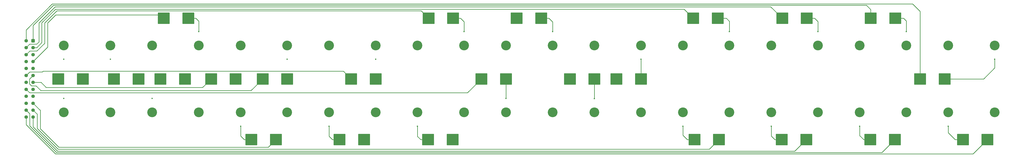
<source format=gbr>
%TF.GenerationSoftware,KiCad,Pcbnew,9.0.2*%
%TF.CreationDate,2025-07-25T15:15:28+08:00*%
%TF.ProjectId,accum_pcb_up,61636375-6d5f-4706-9362-5f75702e6b69,rev?*%
%TF.SameCoordinates,Original*%
%TF.FileFunction,Copper,L1,Top*%
%TF.FilePolarity,Positive*%
%FSLAX46Y46*%
G04 Gerber Fmt 4.6, Leading zero omitted, Abs format (unit mm)*
G04 Created by KiCad (PCBNEW 9.0.2) date 2025-07-25 15:15:28*
%MOMM*%
%LPD*%
G01*
G04 APERTURE LIST*
G04 Aperture macros list*
%AMRoundRect*
0 Rectangle with rounded corners*
0 $1 Rounding radius*
0 $2 $3 $4 $5 $6 $7 $8 $9 X,Y pos of 4 corners*
0 Add a 4 corners polygon primitive as box body*
4,1,4,$2,$3,$4,$5,$6,$7,$8,$9,$2,$3,0*
0 Add four circle primitives for the rounded corners*
1,1,$1+$1,$2,$3*
1,1,$1+$1,$4,$5*
1,1,$1+$1,$6,$7*
1,1,$1+$1,$8,$9*
0 Add four rect primitives between the rounded corners*
20,1,$1+$1,$2,$3,$4,$5,0*
20,1,$1+$1,$4,$5,$6,$7,0*
20,1,$1+$1,$6,$7,$8,$9,0*
20,1,$1+$1,$8,$9,$2,$3,0*%
G04 Aperture macros list end*
%TA.AperFunction,SMDPad,CuDef*%
%ADD10RoundRect,0.218750X-2.331250X-2.231250X2.331250X-2.231250X2.331250X2.231250X-2.331250X2.231250X0*%
%TD*%
%TA.AperFunction,ComponentPad*%
%ADD11C,4.200000*%
%TD*%
%TA.AperFunction,SMDPad,CuDef*%
%ADD12RoundRect,0.218750X2.331250X2.231250X-2.331250X2.231250X-2.331250X-2.231250X2.331250X-2.231250X0*%
%TD*%
%TA.AperFunction,ComponentPad*%
%ADD13RoundRect,0.250001X-0.499999X0.499999X-0.499999X-0.499999X0.499999X-0.499999X0.499999X0.499999X0*%
%TD*%
%TA.AperFunction,ComponentPad*%
%ADD14C,1.500000*%
%TD*%
%TA.AperFunction,ViaPad*%
%ADD15C,0.600000*%
%TD*%
%TA.AperFunction,Conductor*%
%ADD16C,0.254000*%
%TD*%
G04 APERTURE END LIST*
D10*
%TO.P,F20,1*%
%TO.N,/Cell_19-*%
X448266000Y-220380000D03*
%TO.P,F20,2*%
%TO.N,/Cell_19-_out*%
X458816000Y-220380000D03*
%TD*%
D11*
%TO.P,,1*%
%TO.N,/Cell_8-*%
X235443015Y-179675500D03*
%TD*%
%TO.P,,1*%
%TO.N,/Cell_14-*%
X349583304Y-179680000D03*
%TD*%
D12*
%TO.P,F11,1*%
%TO.N,/Cell_10-*%
X268747000Y-167947000D03*
%TO.P,F11,2*%
%TO.N,/Cell_10-_out*%
X258197000Y-167947000D03*
%TD*%
D11*
%TO.P,,1*%
%TO.N,N/C*%
X367583985Y-179681500D03*
%TD*%
D10*
%TO.P,F23,1*%
%TO.N,/Cell_22-_out*%
X469651000Y-194152145D03*
%TO.P,F23,2*%
%TO.N,/Cell_22-*%
X480201000Y-194152145D03*
%TD*%
D11*
%TO.P,,1*%
%TO.N,/Cell_22-*%
X501770334Y-179686000D03*
%TD*%
%TO.P,,1*%
%TO.N,N/C*%
X139303985Y-179672500D03*
%TD*%
%TO.P,,1*%
%TO.N,N/C*%
X291491015Y-179678500D03*
%TD*%
%TO.P,,1*%
%TO.N,N/C*%
X177350333Y-179674000D03*
%TD*%
%TO.P,,1*%
%TO.N,/Cell_7-*%
X215382564Y-208611500D03*
%TD*%
%TO.P,,1*%
%TO.N,N/C*%
X159350015Y-208610500D03*
%TD*%
D12*
%TO.P,F4,1*%
%TO.N,/Cell_3-*%
X175195000Y-194152145D03*
%TO.P,F4,2*%
%TO.N,/Cell_3-_out*%
X164645000Y-194152145D03*
%TD*%
D11*
%TO.P,,1*%
%TO.N,/Cell_5-*%
X177350696Y-208612000D03*
%TD*%
%TO.P,,1*%
%TO.N,N/C*%
X121303682Y-208611500D03*
%TD*%
%TO.P,,1*%
%TO.N,/Cell_15-*%
X367584348Y-208619500D03*
%TD*%
%TO.P,,1*%
%TO.N,/Cell_19-*%
X443678015Y-208620500D03*
%TD*%
%TO.P,,1*%
%TO.N,/Cell_17-*%
X405631363Y-208619000D03*
%TD*%
%TO.P,,1*%
%TO.N,N/C*%
X235443378Y-208611500D03*
%TD*%
D12*
%TO.P,F17,1*%
%TO.N,/Cell_16-*%
X382597000Y-167947000D03*
%TO.P,F17,2*%
%TO.N,/Cell_16-_out*%
X372047000Y-167947000D03*
%TD*%
D11*
%TO.P,,1*%
%TO.N,/Cell_16-*%
X387629652Y-179681500D03*
%TD*%
D13*
%TO.P,J1,1,Pin_1*%
%TO.N,/Cell_20-_out*%
X88070000Y-177652144D03*
D14*
%TO.P,J1,2,Pin_2*%
%TO.N,/Cell_16-_out*%
X88070000Y-180652144D03*
%TO.P,J1,3,Pin_3*%
%TO.N,/Cell_1+_out*%
X88070000Y-183652144D03*
%TO.P,J1,4,Pin_4*%
%TO.N,/Cell_4-_out*%
X88070000Y-186652144D03*
%TO.P,J1,5,Pin_5*%
%TO.N,/Cell_2-_out*%
X88070000Y-189652144D03*
%TO.P,J1,6,Pin_6*%
%TO.N,/Cell_6-_out*%
X88070000Y-192652144D03*
%TO.P,J1,7,Pin_7*%
%TO.N,/Cell_3-_out*%
X88070000Y-195652144D03*
%TO.P,J1,8,Pin_8*%
%TO.N,/Cell_1-_out*%
X88070000Y-198652144D03*
%TO.P,J1,9,Pin_9*%
%TO.N,/Cell_7-_out*%
X88070000Y-201652144D03*
%TO.P,J1,10,Pin_10*%
%TO.N,/Cell_5-_out*%
X88070000Y-204652144D03*
%TO.P,J1,11,Pin_11*%
%TO.N,/Cell_15-_out*%
X88070000Y-207652144D03*
%TO.P,J1,12,Pin_12*%
%TO.N,/Cell_17-_out*%
X88070000Y-210652144D03*
%TO.P,J1,13,Pin_13*%
%TO.N,/Cell_22-_out*%
X85070000Y-177652144D03*
%TO.P,J1,14,Pin_14*%
%TO.N,/Cell_18-_out*%
X85070000Y-180652144D03*
%TO.P,J1,15,Pin_15*%
%TO.N,/Cell_10-_out*%
X85070000Y-183652144D03*
%TO.P,J1,16,Pin_16*%
%TO.N,/Cell_12-_out*%
X85070000Y-186652144D03*
%TO.P,J1,17,Pin_17*%
%TO.N,/Cell_14-_out*%
X85070000Y-189652144D03*
%TO.P,J1,18,Pin_18*%
%TO.N,/Cell_8-_out*%
X85070000Y-192652144D03*
%TO.P,J1,19,Pin_19*%
%TO.N,/Cell_13-_out*%
X85070000Y-195652144D03*
%TO.P,J1,20,Pin_20*%
%TO.N,/Cell_11-_out*%
X85070000Y-198652144D03*
%TO.P,J1,21,Pin_21*%
%TO.N,/Cell_9-_out*%
X85070000Y-201652144D03*
%TO.P,J1,22,Pin_22*%
%TO.N,unconnected-(J1-Pin_22-Pad22)*%
X85070000Y-204652144D03*
%TO.P,J1,23,Pin_23*%
%TO.N,/Cell_19-_out*%
X85070000Y-207652144D03*
%TO.P,J1,24,Pin_24*%
%TO.N,/Cell_21-_out*%
X85070000Y-210652144D03*
%TD*%
D12*
%TO.P,F5,1*%
%TO.N,/Cell_4-*%
X154833000Y-167947000D03*
%TO.P,F5,2*%
%TO.N,/Cell_4-_out*%
X144283000Y-167947000D03*
%TD*%
D11*
%TO.P,,1*%
%TO.N,N/C*%
X425677030Y-208619000D03*
%TD*%
%TO.P,,1*%
%TO.N,N/C*%
X311536682Y-208611500D03*
%TD*%
%TO.P,,1*%
%TO.N,/Cell_12-*%
X311536682Y-179678500D03*
%TD*%
D10*
%TO.P,F10,1*%
%TO.N,/Cell_9-*%
X258020000Y-220380000D03*
%TO.P,F10,2*%
%TO.N,/Cell_9-_out*%
X268570000Y-220380000D03*
%TD*%
D12*
%TO.P,F19,1*%
%TO.N,/Cell_18-*%
X420889000Y-167947000D03*
%TO.P,F19,2*%
%TO.N,/Cell_18-_out*%
X410339000Y-167947000D03*
%TD*%
D11*
%TO.P,,1*%
%TO.N,N/C*%
X349583667Y-208618000D03*
%TD*%
D12*
%TO.P,F13,1*%
%TO.N,/Cell_12-*%
X306629000Y-167947000D03*
%TO.P,F13,2*%
%TO.N,/Cell_12-_out*%
X296079000Y-167947000D03*
%TD*%
D11*
%TO.P,,1*%
%TO.N,/Cell_6-*%
X197396000Y-179674000D03*
%TD*%
%TO.P,,1*%
%TO.N,/Cell_9-*%
X253444363Y-208613000D03*
%TD*%
%TO.P,,1*%
%TO.N,N/C*%
X329537637Y-179680000D03*
%TD*%
%TO.P,,1*%
%TO.N,/Cell_11-*%
X291491015Y-208611500D03*
%TD*%
D12*
%TO.P,F9,1*%
%TO.N,/Cell_8-*%
X235456000Y-194152145D03*
%TO.P,F9,2*%
%TO.N,/Cell_8-_out*%
X224906000Y-194152145D03*
%TD*%
D11*
%TO.P,,1*%
%TO.N,N/C*%
X273490030Y-208613000D03*
%TD*%
D10*
%TO.P,F18,1*%
%TO.N,/Cell_17-*%
X410118200Y-220380000D03*
%TO.P,F18,2*%
%TO.N,/Cell_17-_out*%
X420668200Y-220380000D03*
%TD*%
D11*
%TO.P,,1*%
%TO.N,N/C*%
X387630015Y-208619500D03*
%TD*%
%TO.P,,1*%
%TO.N,/Cell_10-*%
X273489667Y-179677000D03*
%TD*%
D12*
%TO.P,F3,1*%
%TO.N,/Cell_2-*%
X153392000Y-194152145D03*
%TO.P,F3,2*%
%TO.N,/Cell_2-_out*%
X142842000Y-194152145D03*
%TD*%
%TO.P,F7,1*%
%TO.N,/Cell_6-*%
X197396000Y-194152145D03*
%TO.P,F7,2*%
%TO.N,/Cell_6-_out*%
X186846000Y-194152145D03*
%TD*%
D11*
%TO.P,,1*%
%TO.N,N/C*%
X215397348Y-179675500D03*
%TD*%
D12*
%TO.P,F22,1*%
%TO.N,/Cell_21-_out*%
X498619000Y-220380000D03*
%TO.P,F22,2*%
%TO.N,/Cell_21-*%
X488069000Y-220380000D03*
%TD*%
D11*
%TO.P,,1*%
%TO.N,N/C*%
X443677652Y-179684500D03*
%TD*%
%TO.P,,1*%
%TO.N,/Cell_20-*%
X463723319Y-179684500D03*
%TD*%
D12*
%TO.P,F21,1*%
%TO.N,/Cell_20-*%
X458957000Y-167947000D03*
%TO.P,F21,2*%
%TO.N,/Cell_20-_out*%
X448407000Y-167947000D03*
%TD*%
D11*
%TO.P,,1*%
%TO.N,/Cell_4-*%
X159349652Y-179672500D03*
%TD*%
%TO.P,,1*%
%TO.N,/Cell_3-*%
X139304348Y-208610500D03*
%TD*%
%TO.P,,1*%
%TO.N,/Cell_1+*%
X101257652Y-179673500D03*
%TD*%
%TO.P,,1*%
%TO.N,N/C*%
X481724667Y-179686000D03*
%TD*%
D12*
%TO.P,F12,1*%
%TO.N,/Cell_11-*%
X291498000Y-194152145D03*
%TO.P,F12,2*%
%TO.N,/Cell_11-_out*%
X280948000Y-194152145D03*
%TD*%
D11*
%TO.P,,1*%
%TO.N,/Cell_21-*%
X481724667Y-208619000D03*
%TD*%
%TO.P,,1*%
%TO.N,/Cell_2-*%
X121303319Y-179673500D03*
%TD*%
%TO.P,,1*%
%TO.N,/Cell_13-*%
X329538000Y-208618000D03*
%TD*%
%TO.P,,1*%
%TO.N,/Cell_1-*%
X101258015Y-208611500D03*
%TD*%
D10*
%TO.P,F16,1*%
%TO.N,/Cell_15-*%
X372584000Y-220380000D03*
%TO.P,F16,2*%
%TO.N,/Cell_15-_out*%
X383134000Y-220380000D03*
%TD*%
D12*
%TO.P,F15,1*%
%TO.N,/Cell_14-*%
X349593000Y-194152145D03*
%TO.P,F15,2*%
%TO.N,/Cell_14-_out*%
X339043000Y-194152145D03*
%TD*%
D11*
%TO.P,,1*%
%TO.N,N/C*%
X501770334Y-208619000D03*
%TD*%
D12*
%TO.P,F1,1*%
%TO.N,/Cell_1+*%
X109475000Y-194152145D03*
%TO.P,F1,2*%
%TO.N,/Cell_1+_out*%
X98925000Y-194152145D03*
%TD*%
D11*
%TO.P,,1*%
%TO.N,N/C*%
X405631000Y-179683000D03*
%TD*%
%TO.P,,1*%
%TO.N,N/C*%
X463723682Y-208620500D03*
%TD*%
D10*
%TO.P,F8,1*%
%TO.N,/Cell_7-*%
X219878000Y-220380000D03*
%TO.P,F8,2*%
%TO.N,/Cell_7-_out*%
X230428000Y-220380000D03*
%TD*%
D11*
%TO.P,,1*%
%TO.N,/Cell_18-*%
X425676667Y-179683000D03*
%TD*%
%TO.P,,1*%
%TO.N,N/C*%
X253444000Y-179677000D03*
%TD*%
D10*
%TO.P,F6,1*%
%TO.N,/Cell_5-*%
X181964228Y-220380000D03*
%TO.P,F6,2*%
%TO.N,/Cell_5-_out*%
X192514228Y-220380000D03*
%TD*%
D12*
%TO.P,F14,1*%
%TO.N,/Cell_13-*%
X329546000Y-194152145D03*
%TO.P,F14,2*%
%TO.N,/Cell_13-_out*%
X318996000Y-194152145D03*
%TD*%
D11*
%TO.P,,1*%
%TO.N,N/C*%
X197396363Y-208612000D03*
%TD*%
D12*
%TO.P,F2,1*%
%TO.N,/Cell_1-*%
X133441000Y-194152145D03*
%TO.P,F2,2*%
%TO.N,/Cell_1-_out*%
X122891000Y-194152145D03*
%TD*%
D15*
%TO.N,/Cell_1+_out*%
X98925000Y-194152145D03*
%TO.N,/Cell_1+*%
X101257652Y-185673500D03*
X109475000Y-194152145D03*
%TO.N,/Cell_1-_out*%
X122891000Y-194152145D03*
%TO.N,/Cell_1-*%
X133441000Y-194152145D03*
X101258015Y-202611500D03*
%TO.N,/Cell_2-*%
X121303319Y-185673500D03*
X153392000Y-194152145D03*
%TO.N,/Cell_2-_out*%
X142842000Y-194152145D03*
%TO.N,/Cell_3-*%
X139304348Y-202610500D03*
X175195000Y-194152145D03*
%TO.N,/Cell_4-*%
X159349652Y-173673500D03*
%TO.N,/Cell_5-*%
X177350696Y-214612000D03*
%TO.N,/Cell_6-*%
X197396000Y-185674000D03*
X197396000Y-194152145D03*
%TO.N,/Cell_7-_out*%
X230428000Y-221880000D03*
%TO.N,/Cell_7-*%
X215382564Y-214612000D03*
%TO.N,/Cell_8-*%
X235456000Y-194152145D03*
X235443015Y-185675500D03*
%TO.N,/Cell_9-_out*%
X268570000Y-221880000D03*
%TO.N,/Cell_9-*%
X253444363Y-214612000D03*
%TO.N,/Cell_10-*%
X273489667Y-173673500D03*
%TO.N,/Cell_11-*%
X291491015Y-202611500D03*
%TO.N,/Cell_12-*%
X311536682Y-173673500D03*
%TO.N,/Cell_12-_out*%
X296079000Y-166447000D03*
%TO.N,/Cell_13-*%
X329538000Y-202618000D03*
%TO.N,/Cell_13-_out*%
X318996000Y-194152145D03*
%TO.N,/Cell_14-_out*%
X339043000Y-194152145D03*
%TO.N,/Cell_14-*%
X349583304Y-185680000D03*
%TO.N,/Cell_15-*%
X367584348Y-214612000D03*
%TO.N,/Cell_16-*%
X387629652Y-173673500D03*
%TO.N,/Cell_16-_out*%
X372047000Y-166447000D03*
%TO.N,/Cell_17-*%
X405631363Y-214612000D03*
%TO.N,/Cell_18-*%
X425676667Y-173673500D03*
%TO.N,/Cell_19-*%
X443678015Y-214612000D03*
%TO.N,/Cell_20-*%
X463723319Y-173673500D03*
%TO.N,/Cell_21-*%
X481724667Y-214612000D03*
%TO.N,/Cell_22-*%
X501770334Y-185673500D03*
%TD*%
D16*
%TO.N,/Cell_3-_out*%
X91507144Y-195652144D02*
X93658000Y-197803000D01*
X160994145Y-197803000D02*
X164645000Y-194152145D01*
X88070000Y-195652144D02*
X91507144Y-195652144D01*
X93658000Y-197803000D02*
X160994145Y-197803000D01*
%TO.N,/Cell_4-*%
X159349652Y-169243652D02*
X158053000Y-167947000D01*
X158053000Y-167947000D02*
X154833000Y-167947000D01*
X159349652Y-173673500D02*
X159349652Y-169243652D01*
%TO.N,/Cell_4-_out*%
X88070000Y-186652144D02*
X94350000Y-180372144D01*
X142879000Y-166543000D02*
X144283000Y-167947000D01*
X94350000Y-180372144D02*
X94350000Y-169945000D01*
X97752000Y-166543000D02*
X142879000Y-166543000D01*
X94350000Y-169945000D02*
X97752000Y-166543000D01*
%TO.N,/Cell_5-_out*%
X91167000Y-215674000D02*
X99167000Y-223674000D01*
X91167000Y-207749144D02*
X91167000Y-215674000D01*
X189220228Y-223674000D02*
X192514228Y-220380000D01*
X88070000Y-204652144D02*
X91167000Y-207749144D01*
X99167000Y-223674000D02*
X189220228Y-223674000D01*
%TO.N,/Cell_5-*%
X178886000Y-220380000D02*
X177350696Y-218844696D01*
X177350696Y-218844696D02*
X177350696Y-214612000D01*
X178886000Y-220380000D02*
X181964228Y-220380000D01*
%TO.N,/Cell_6-_out*%
X89350000Y-197120000D02*
X87374000Y-197120000D01*
X86562000Y-194160144D02*
X88070000Y-192652144D01*
X186846000Y-194152145D02*
X181791145Y-199207000D01*
X91437000Y-199207000D02*
X89350000Y-197120000D01*
X86562000Y-196308000D02*
X86562000Y-194160144D01*
X87374000Y-197120000D02*
X86562000Y-196308000D01*
X181791145Y-199207000D02*
X91437000Y-199207000D01*
%TO.N,/Cell_7-*%
X216805000Y-220380000D02*
X215382564Y-218957564D01*
X216805000Y-220380000D02*
X219878000Y-220380000D01*
X215382564Y-218957564D02*
X215382564Y-214612000D01*
%TO.N,/Cell_8-_out*%
X92377000Y-190810000D02*
X92071000Y-191116000D01*
X224906000Y-194152145D02*
X221563855Y-190810000D01*
X221563855Y-190810000D02*
X92377000Y-190810000D01*
X92071000Y-191116000D02*
X86606144Y-191116000D01*
X86606144Y-191116000D02*
X85070000Y-192652144D01*
%TO.N,/Cell_9-*%
X254845000Y-220380000D02*
X253444363Y-218979363D01*
X254845000Y-220380000D02*
X258020000Y-220380000D01*
X253444363Y-218979363D02*
X253444363Y-214612000D01*
%TO.N,/Cell_10-_out*%
X254993000Y-164743000D02*
X258197000Y-167947000D01*
X89703000Y-182118000D02*
X93055000Y-178766000D01*
X93055000Y-169963000D02*
X98275000Y-164743000D01*
X86604144Y-182118000D02*
X89703000Y-182118000D01*
X98275000Y-164743000D02*
X254993000Y-164743000D01*
X93055000Y-178766000D02*
X93055000Y-169963000D01*
X85070000Y-183652144D02*
X86604144Y-182118000D01*
%TO.N,/Cell_10-*%
X271958000Y-167947000D02*
X268747000Y-167947000D01*
X273489667Y-173673500D02*
X273489667Y-169478667D01*
X273489667Y-169478667D02*
X271958000Y-167947000D01*
%TO.N,/Cell_11-_out*%
X86573856Y-200156000D02*
X274944145Y-200156000D01*
X274944145Y-200156000D02*
X280948000Y-194152145D01*
X85070000Y-198652144D02*
X86573856Y-200156000D01*
%TO.N,/Cell_11-*%
X291491015Y-202611500D02*
X291498000Y-202604515D01*
X291498000Y-202604515D02*
X291498000Y-194152145D01*
%TO.N,/Cell_12-*%
X311536682Y-169541682D02*
X309942000Y-167947000D01*
X311536682Y-173673500D02*
X311536682Y-169541682D01*
X309942000Y-167947000D02*
X306629000Y-167947000D01*
%TO.N,/Cell_13-*%
X329546000Y-202610000D02*
X329538000Y-202618000D01*
X329546000Y-194152145D02*
X329546000Y-202610000D01*
%TO.N,/Cell_14-*%
X349593000Y-194152145D02*
X349593000Y-185689696D01*
X349593000Y-185689696D02*
X349583304Y-185680000D01*
%TO.N,/Cell_15-*%
X369502000Y-220380000D02*
X367584348Y-218462348D01*
X372584000Y-220380000D02*
X369502000Y-220380000D01*
X367584348Y-218462348D02*
X367584348Y-214612000D01*
%TO.N,/Cell_15-_out*%
X89797000Y-215489000D02*
X98825000Y-224517000D01*
X378997000Y-224517000D02*
X383134000Y-220380000D01*
X98825000Y-224517000D02*
X378997000Y-224517000D01*
X89797000Y-209379144D02*
X89797000Y-215489000D01*
X88070000Y-207652144D02*
X89797000Y-209379144D01*
%TO.N,/Cell_16-*%
X387629652Y-173673500D02*
X387629652Y-169274652D01*
X387629652Y-169274652D02*
X386302000Y-167947000D01*
X386302000Y-167947000D02*
X382597000Y-167947000D01*
%TO.N,/Cell_16-_out*%
X91813000Y-169907000D02*
X97705000Y-164015000D01*
X368115000Y-164015000D02*
X372047000Y-167947000D01*
X88070000Y-180652144D02*
X89632856Y-180652144D01*
X97705000Y-164015000D02*
X368115000Y-164015000D01*
X89632856Y-180652144D02*
X91813000Y-178472000D01*
X91813000Y-178472000D02*
X91813000Y-169907000D01*
%TO.N,/Cell_17-_out*%
X88070000Y-210652144D02*
X88070000Y-214848000D01*
X88070000Y-214848000D02*
X98557000Y-225335000D01*
X415713200Y-225335000D02*
X420668200Y-220380000D01*
X98557000Y-225335000D02*
X415713200Y-225335000D01*
%TO.N,/Cell_17-*%
X407142000Y-220380000D02*
X405631363Y-218869363D01*
X405631363Y-218869363D02*
X405631363Y-214612000D01*
X410118200Y-220380000D02*
X407142000Y-220380000D01*
%TO.N,/Cell_18-_out*%
X90571000Y-169937000D02*
X97512000Y-162996000D01*
X85070000Y-180652144D02*
X86570144Y-179152000D01*
X89597000Y-179152000D02*
X90571000Y-178178000D01*
X97512000Y-162996000D02*
X405388000Y-162996000D01*
X405388000Y-162996000D02*
X410339000Y-167947000D01*
X90571000Y-178178000D02*
X90571000Y-169937000D01*
X86570144Y-179152000D02*
X89597000Y-179152000D01*
%TO.N,/Cell_18-*%
X424258000Y-167947000D02*
X420889000Y-167947000D01*
X425676667Y-169365667D02*
X424258000Y-167947000D01*
X425676667Y-173673500D02*
X425676667Y-169365667D01*
%TO.N,/Cell_19-_out*%
X86596000Y-214446000D02*
X98111000Y-225961000D01*
X98111000Y-225961000D02*
X453235000Y-225961000D01*
X85070000Y-207652144D02*
X86596000Y-209178144D01*
X86596000Y-209178144D02*
X86596000Y-214446000D01*
X453235000Y-225961000D02*
X458816000Y-220380000D01*
%TO.N,/Cell_19-*%
X443678015Y-218664015D02*
X443678015Y-214612000D01*
X448266000Y-220380000D02*
X445394000Y-220380000D01*
X445394000Y-220380000D02*
X443678015Y-218664015D01*
%TO.N,/Cell_20-_out*%
X448407000Y-167947000D02*
X448407000Y-164205000D01*
X88070000Y-171064000D02*
X88070000Y-177652144D01*
X446594000Y-162392000D02*
X96742000Y-162392000D01*
X96742000Y-162392000D02*
X88070000Y-171064000D01*
X448407000Y-164205000D02*
X446594000Y-162392000D01*
%TO.N,/Cell_20-*%
X463723319Y-173673500D02*
X463723319Y-169167319D01*
X462503000Y-167947000D02*
X458957000Y-167947000D01*
X463723319Y-169167319D02*
X462503000Y-167947000D01*
%TO.N,/Cell_21-*%
X488069000Y-220380000D02*
X484705000Y-220380000D01*
X484705000Y-220380000D02*
X481724667Y-217399667D01*
X481724667Y-217399667D02*
X481724667Y-214612000D01*
X481762679Y-214650012D02*
X481724667Y-214612000D01*
%TO.N,/Cell_21-_out*%
X498619000Y-220380000D02*
X492439000Y-226560000D01*
X492439000Y-226560000D02*
X97704500Y-226560000D01*
X85070000Y-213925500D02*
X85070000Y-210652144D01*
X97704500Y-226560000D02*
X85070000Y-213925500D01*
%TO.N,/Cell_22-*%
X501770334Y-189387666D02*
X501770334Y-185673500D01*
X480201000Y-194152145D02*
X497005855Y-194152145D01*
X497005855Y-194152145D02*
X501770334Y-189387666D01*
%TO.N,/Cell_22-_out*%
X85070000Y-177652144D02*
X85070000Y-173019000D01*
X85070000Y-173019000D02*
X96303000Y-161786000D01*
X96303000Y-161786000D02*
X466470000Y-161786000D01*
X466470000Y-161786000D02*
X469651000Y-164967000D01*
X469651000Y-164967000D02*
X469651000Y-194152145D01*
%TD*%
M02*

</source>
